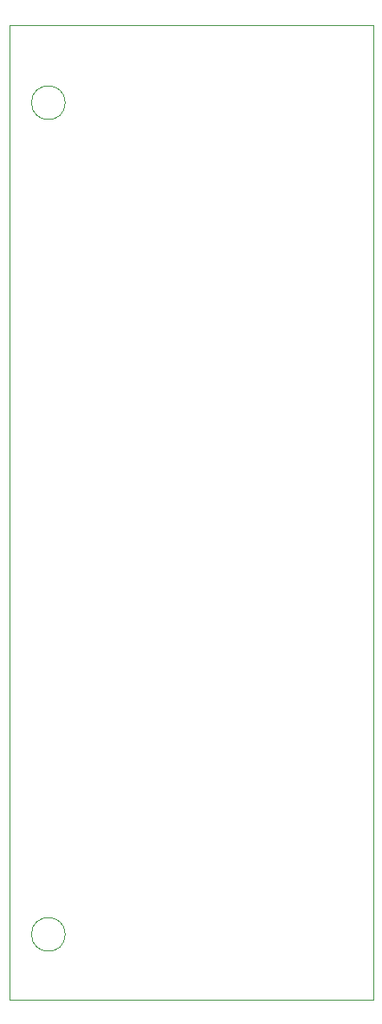
<source format=gbr>
G04 #@! TF.GenerationSoftware,KiCad,Pcbnew,(5.1.0)-1*
G04 #@! TF.CreationDate,2021-08-10T01:44:35-05:00*
G04 #@! TF.ProjectId,nixie_legacy-demux,6e697869-655f-46c6-9567-6163792d6465,rev?*
G04 #@! TF.SameCoordinates,Original*
G04 #@! TF.FileFunction,Profile,NP*
%FSLAX46Y46*%
G04 Gerber Fmt 4.6, Leading zero omitted, Abs format (unit mm)*
G04 Created by KiCad (PCBNEW (5.1.0)-1) date 2021-08-10 01:44:35*
%MOMM*%
%LPD*%
G04 APERTURE LIST*
%ADD10C,0.050000*%
G04 APERTURE END LIST*
D10*
X139700000Y-152654000D02*
X104140000Y-152654000D01*
X139700000Y-57404000D02*
X139700000Y-152654000D01*
X104140000Y-57404000D02*
X139700000Y-57404000D01*
X104140000Y-57404000D02*
X104140000Y-152654000D01*
X109600000Y-65024000D02*
G75*
G03X109600000Y-65024000I-1650000J0D01*
G01*
X109600000Y-146304000D02*
G75*
G03X109600000Y-146304000I-1650000J0D01*
G01*
M02*

</source>
